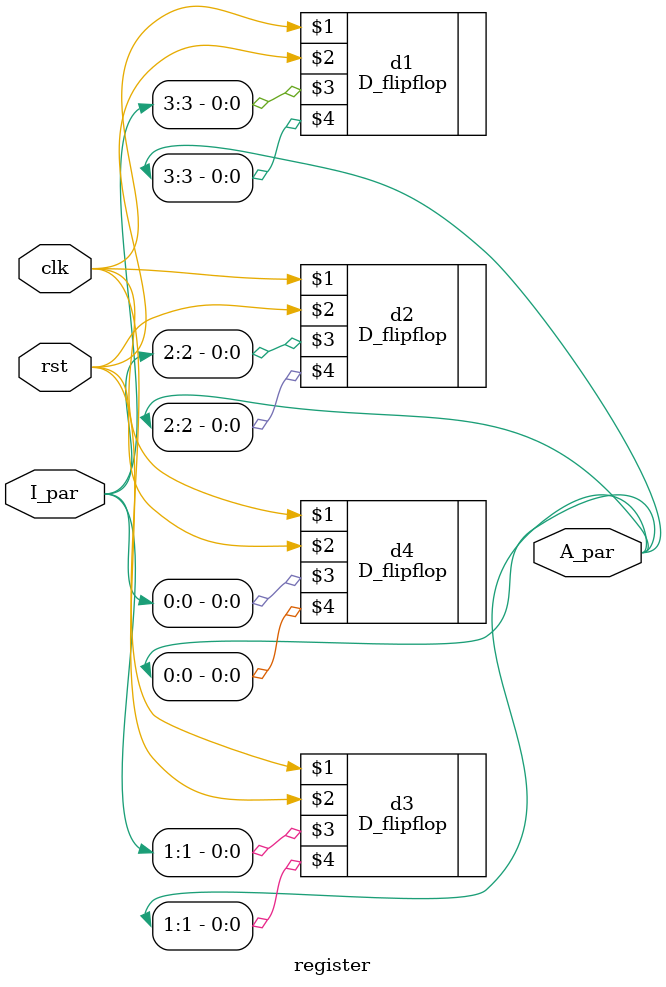
<source format=v>
`include "d_flipflop.v"
module register(input clk,input rst,input [3:0] I_par,output [3:0]A_par);
    D_flipflop d1(clk,rst,I_par[3],A_par[3]);
    D_flipflop d2(clk,rst,I_par[2],A_par[2]);
    D_flipflop d3(clk,rst,I_par[1],A_par[1]);
    D_flipflop d4(clk,rst,I_par[0],A_par[0]);
endmodule
</source>
